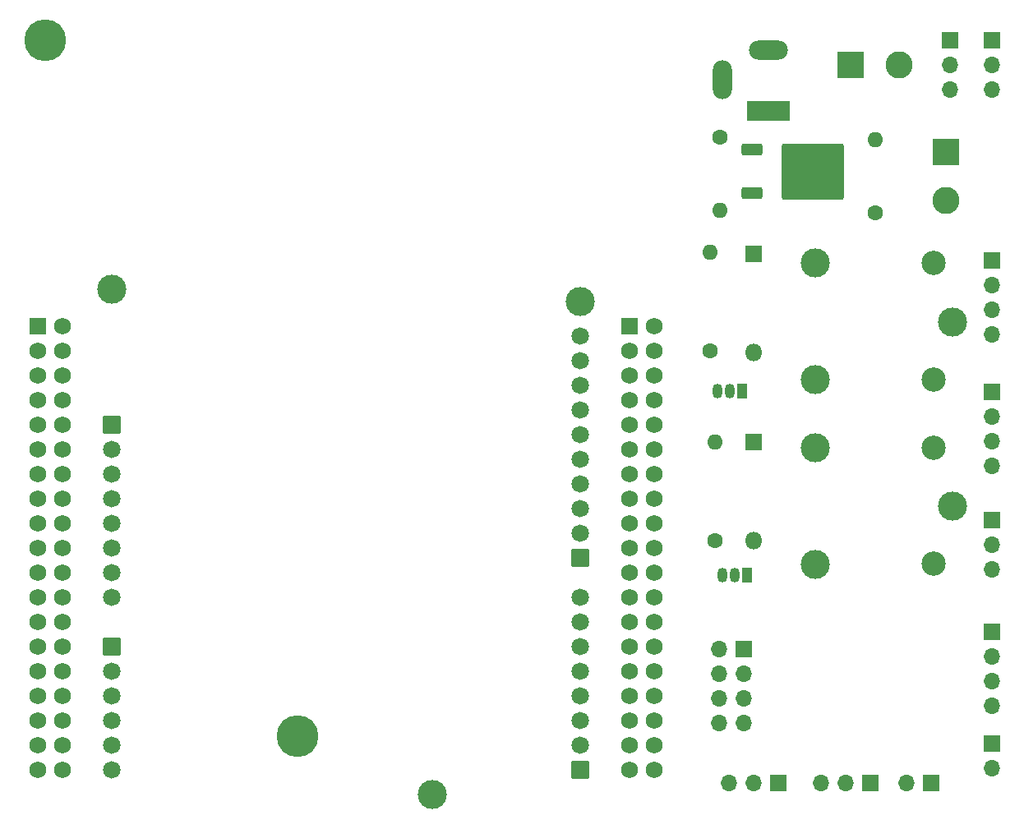
<source format=gts>
G04 #@! TF.GenerationSoftware,KiCad,Pcbnew,8.0.8-8.0.8-0~ubuntu24.04.1*
G04 #@! TF.CreationDate,2025-02-03T16:40:28+08:00*
G04 #@! TF.ProjectId,Untitled,556e7469-746c-4656-942e-6b696361645f,rev?*
G04 #@! TF.SameCoordinates,Original*
G04 #@! TF.FileFunction,Soldermask,Top*
G04 #@! TF.FilePolarity,Negative*
%FSLAX46Y46*%
G04 Gerber Fmt 4.6, Leading zero omitted, Abs format (unit mm)*
G04 Created by KiCad (PCBNEW 8.0.8-8.0.8-0~ubuntu24.04.1) date 2025-02-03 16:40:28*
%MOMM*%
%LPD*%
G01*
G04 APERTURE LIST*
G04 Aperture macros list*
%AMRoundRect*
0 Rectangle with rounded corners*
0 $1 Rounding radius*
0 $2 $3 $4 $5 $6 $7 $8 $9 X,Y pos of 4 corners*
0 Add a 4 corners polygon primitive as box body*
4,1,4,$2,$3,$4,$5,$6,$7,$8,$9,$2,$3,0*
0 Add four circle primitives for the rounded corners*
1,1,$1+$1,$2,$3*
1,1,$1+$1,$4,$5*
1,1,$1+$1,$6,$7*
1,1,$1+$1,$8,$9*
0 Add four rect primitives between the rounded corners*
20,1,$1+$1,$2,$3,$4,$5,0*
20,1,$1+$1,$4,$5,$6,$7,0*
20,1,$1+$1,$6,$7,$8,$9,0*
20,1,$1+$1,$8,$9,$2,$3,0*%
G04 Aperture macros list end*
%ADD10C,4.300000*%
%ADD11R,1.800000X1.800000*%
%ADD12O,1.800000X1.800000*%
%ADD13O,1.700000X1.700000*%
%ADD14R,1.700000X1.700000*%
%ADD15R,1.050000X1.500000*%
%ADD16O,1.050000X1.500000*%
%ADD17C,1.600000*%
%ADD18O,1.600000X1.600000*%
%ADD19C,3.000000*%
%ADD20RoundRect,0.102000X-0.802500X-0.802500X0.802500X-0.802500X0.802500X0.802500X-0.802500X0.802500X0*%
%ADD21C,1.809000*%
%ADD22RoundRect,0.102000X-0.765000X-0.765000X0.765000X-0.765000X0.765000X0.765000X-0.765000X0.765000X0*%
%ADD23C,1.734000*%
%ADD24R,2.800000X2.800000*%
%ADD25C,2.800000*%
%ADD26C,2.500000*%
%ADD27RoundRect,0.250000X-0.850000X-0.350000X0.850000X-0.350000X0.850000X0.350000X-0.850000X0.350000X0*%
%ADD28RoundRect,0.249997X-2.950003X-2.650003X2.950003X-2.650003X2.950003X2.650003X-2.950003X2.650003X0*%
%ADD29R,4.500000X2.000000*%
%ADD30O,4.000000X2.000000*%
%ADD31O,2.000000X4.000000*%
G04 APERTURE END LIST*
D10*
X83000000Y-118250000D03*
X57000000Y-46500000D03*
D11*
X130000000Y-68500000D03*
D12*
X130000000Y-78660000D03*
D11*
X130000000Y-87920000D03*
D12*
X130000000Y-98080000D03*
D13*
X150250000Y-51555000D03*
X150250000Y-49015000D03*
D14*
X150250000Y-46475000D03*
D13*
X154500000Y-51580000D03*
X154500000Y-49040000D03*
D14*
X154500000Y-46500000D03*
X154500000Y-82700000D03*
D13*
X154500000Y-85240000D03*
X154500000Y-87780000D03*
X154500000Y-90320000D03*
D15*
X128770000Y-82640000D03*
D16*
X127500000Y-82640000D03*
X126230000Y-82640000D03*
D14*
X132525000Y-123000000D03*
D13*
X129985000Y-123000000D03*
X127445000Y-123000000D03*
D14*
X154500000Y-107420000D03*
D13*
X154500000Y-109960000D03*
X154500000Y-112500000D03*
X154500000Y-115040000D03*
D17*
X126500000Y-56500000D03*
D18*
X126500000Y-64000000D03*
D17*
X142500000Y-64250000D03*
D18*
X142500000Y-56750000D03*
D15*
X129270000Y-101640000D03*
D16*
X128000000Y-101640000D03*
X126730000Y-101640000D03*
D14*
X154500000Y-95975000D03*
D13*
X154500000Y-98515000D03*
X154500000Y-101055000D03*
D14*
X148275000Y-123000000D03*
D13*
X145735000Y-123000000D03*
D19*
X63820000Y-72170000D03*
X96840000Y-124240000D03*
X112080000Y-73440000D03*
D20*
X112080000Y-99860000D03*
D21*
X112080000Y-97320000D03*
X112080000Y-94780000D03*
X112080000Y-92240000D03*
X112080000Y-89700000D03*
X112080000Y-87160000D03*
X112080000Y-84620000D03*
X112080000Y-82080000D03*
X112080000Y-79540000D03*
X112080000Y-77000000D03*
D20*
X63820000Y-86140000D03*
D21*
X63820000Y-88680000D03*
X63820000Y-91220000D03*
X63820000Y-93760000D03*
X63820000Y-96300000D03*
X63820000Y-98840000D03*
X63820000Y-101380000D03*
X63820000Y-103920000D03*
D22*
X56200000Y-75980000D03*
D23*
X58740000Y-75980000D03*
X56200000Y-78520000D03*
X58740000Y-78520000D03*
X56200000Y-81060000D03*
X58740000Y-81060000D03*
X56200000Y-83600000D03*
X58740000Y-83600000D03*
X56200000Y-86140000D03*
X58740000Y-86140000D03*
X56200000Y-88680000D03*
X58740000Y-88680000D03*
X56200000Y-91220000D03*
X58740000Y-91220000D03*
X56200000Y-93760000D03*
X58740000Y-93760000D03*
X56200000Y-96300000D03*
X58740000Y-96300000D03*
X56200000Y-98840000D03*
X58740000Y-98840000D03*
X56200000Y-101380000D03*
X58740000Y-101380000D03*
X56200000Y-103920000D03*
X58740000Y-103920000D03*
X56200000Y-106460000D03*
X58740000Y-106460000D03*
X56200000Y-109000000D03*
X58740000Y-109000000D03*
X56200000Y-111540000D03*
X58740000Y-111540000D03*
X56200000Y-114080000D03*
X58740000Y-114080000D03*
X56200000Y-116620000D03*
X58740000Y-116620000D03*
X56200000Y-119160000D03*
X58740000Y-119160000D03*
X56200000Y-121700000D03*
X58740000Y-121700000D03*
D20*
X63820000Y-109000000D03*
D21*
X63820000Y-111540000D03*
X63820000Y-114080000D03*
X63820000Y-116620000D03*
X63820000Y-119160000D03*
X63820000Y-121700000D03*
D20*
X112080000Y-121700000D03*
D21*
X112080000Y-119160000D03*
X112080000Y-116620000D03*
X112080000Y-114080000D03*
X112080000Y-111540000D03*
X112080000Y-109000000D03*
X112080000Y-106460000D03*
X112080000Y-103920000D03*
D22*
X117160000Y-75980000D03*
D23*
X119700000Y-75980000D03*
X117160000Y-78520000D03*
X119700000Y-78520000D03*
X117160000Y-81060000D03*
X119700000Y-81060000D03*
X117160000Y-83600000D03*
X119700000Y-83600000D03*
X117160000Y-86140000D03*
X119700000Y-86140000D03*
X117160000Y-88680000D03*
X119700000Y-88680000D03*
X117160000Y-91220000D03*
X119700000Y-91220000D03*
X117160000Y-93760000D03*
X119700000Y-93760000D03*
X117160000Y-96300000D03*
X119700000Y-96300000D03*
X117160000Y-98840000D03*
X119700000Y-98840000D03*
X117160000Y-101380000D03*
X119700000Y-101380000D03*
X117160000Y-103920000D03*
X119700000Y-103920000D03*
X117160000Y-106460000D03*
X119700000Y-106460000D03*
X117160000Y-109000000D03*
X119700000Y-109000000D03*
X117160000Y-111540000D03*
X119700000Y-111540000D03*
X117160000Y-114080000D03*
X119700000Y-114080000D03*
X117160000Y-116620000D03*
X119700000Y-116620000D03*
X117160000Y-119160000D03*
X119700000Y-119160000D03*
X117160000Y-121700000D03*
X119700000Y-121700000D03*
D24*
X140000000Y-49000000D03*
D25*
X145000000Y-49000000D03*
D18*
X125500000Y-68340000D03*
D17*
X125500000Y-78500000D03*
D14*
X154500000Y-69200000D03*
D13*
X154500000Y-71740000D03*
X154500000Y-74280000D03*
X154500000Y-76820000D03*
D14*
X154500000Y-118960000D03*
D13*
X154500000Y-121500000D03*
D17*
X126000000Y-98080000D03*
D18*
X126000000Y-87920000D03*
D24*
X149750000Y-58000000D03*
D25*
X149750000Y-63000000D03*
D19*
X150500000Y-94500000D03*
D26*
X148550000Y-88450000D03*
D19*
X136350000Y-88450000D03*
X136300000Y-100500000D03*
D26*
X148550000Y-100450000D03*
X148550000Y-81450000D03*
D19*
X136300000Y-81500000D03*
X136350000Y-69450000D03*
D26*
X148550000Y-69450000D03*
D19*
X150500000Y-75500000D03*
D14*
X142025000Y-123000000D03*
D13*
X139485000Y-123000000D03*
X136945000Y-123000000D03*
D27*
X129800000Y-57722500D03*
D28*
X136100000Y-60002500D03*
D27*
X129800000Y-62282500D03*
D29*
X131500000Y-53750000D03*
D30*
X131500000Y-47550000D03*
D31*
X126800000Y-50550000D03*
D14*
X129000000Y-109200000D03*
D13*
X126460000Y-109200000D03*
X129000000Y-111740000D03*
X126460000Y-111740000D03*
X129000000Y-114280000D03*
X126460000Y-114280000D03*
X129000000Y-116820000D03*
X126460000Y-116820000D03*
M02*

</source>
